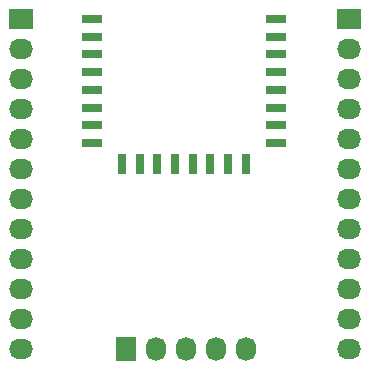
<source format=gts>
G04 #@! TF.FileFunction,Soldermask,Top*
%FSLAX46Y46*%
G04 Gerber Fmt 4.6, Leading zero omitted, Abs format (unit mm)*
G04 Created by KiCad (PCBNEW 4.0.5) date 01/13/17 18:23:13*
%MOMM*%
%LPD*%
G01*
G04 APERTURE LIST*
%ADD10C,0.100000*%
%ADD11R,2.032000X1.727200*%
%ADD12O,2.032000X1.727200*%
%ADD13R,1.800000X0.800000*%
%ADD14R,0.800000X1.800000*%
%ADD15R,1.727200X2.032000*%
%ADD16O,1.727200X2.032000*%
G04 APERTURE END LIST*
D10*
D11*
X142240000Y-104140000D03*
D12*
X142240000Y-106680000D03*
X142240000Y-109220000D03*
X142240000Y-111760000D03*
X142240000Y-114300000D03*
X142240000Y-116840000D03*
X142240000Y-119380000D03*
X142240000Y-121920000D03*
X142240000Y-124460000D03*
X142240000Y-127000000D03*
X142240000Y-129540000D03*
X142240000Y-132080000D03*
D13*
X148290000Y-104120000D03*
X148290000Y-105620000D03*
X148290000Y-107120000D03*
X148290000Y-108620000D03*
X148290000Y-110120000D03*
X148290000Y-111620000D03*
X148290000Y-113120000D03*
X148290000Y-114620000D03*
D14*
X150790000Y-116420000D03*
X152290000Y-116420000D03*
X153790000Y-116420000D03*
X155290000Y-116420000D03*
X156790000Y-116420000D03*
X158290000Y-116420000D03*
X159790000Y-116420000D03*
X161290000Y-116420000D03*
D13*
X163830000Y-114620000D03*
X163830000Y-113120000D03*
X163830000Y-111620000D03*
X163830000Y-110120000D03*
X163830000Y-108620000D03*
X163830000Y-107120000D03*
X163830000Y-105620000D03*
X163830000Y-104120000D03*
D15*
X151130000Y-132080000D03*
D16*
X153670000Y-132080000D03*
X156210000Y-132080000D03*
X158750000Y-132080000D03*
X161290000Y-132080000D03*
D11*
X170027600Y-104140000D03*
D12*
X170027600Y-106680000D03*
X170027600Y-109220000D03*
X170027600Y-111760000D03*
X170027600Y-114300000D03*
X170027600Y-116840000D03*
X170027600Y-119380000D03*
X170027600Y-121920000D03*
X170027600Y-124460000D03*
X170027600Y-127000000D03*
X170027600Y-129540000D03*
X170027600Y-132080000D03*
M02*

</source>
